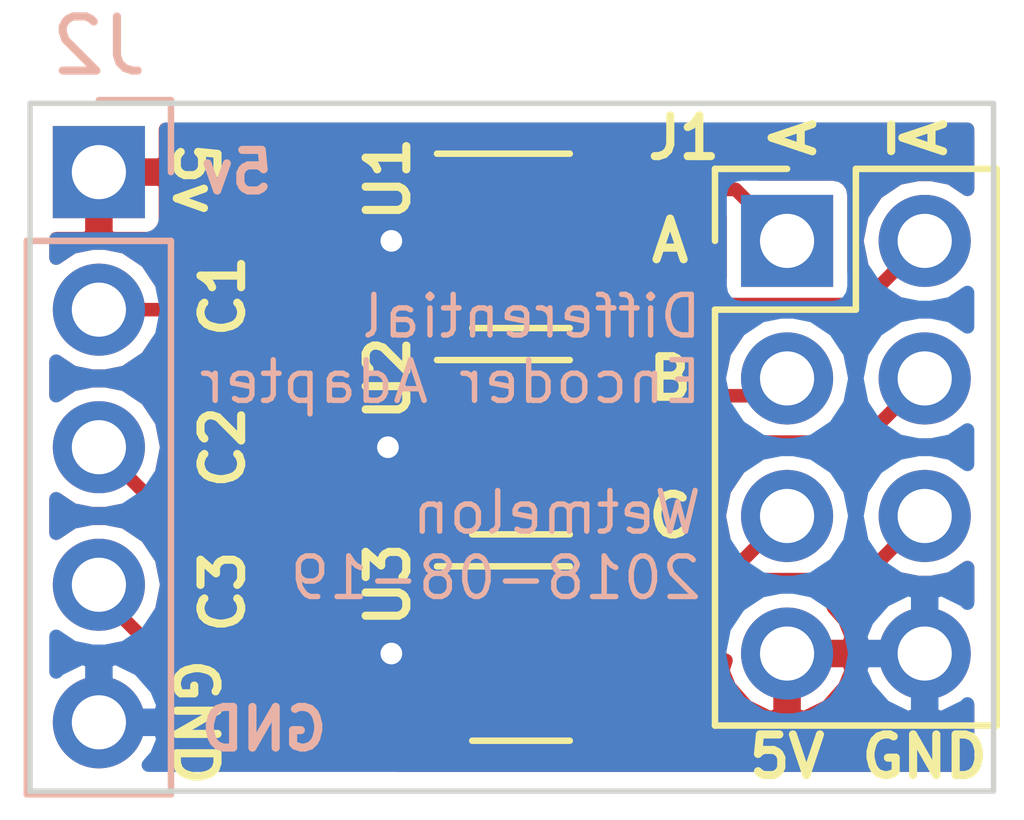
<source format=kicad_pcb>
(kicad_pcb (version 20171130) (host pcbnew "(5.0.0-rc2-140-g9302bbce5)")

  (general
    (thickness 1.6)
    (drawings 16)
    (tracks 53)
    (zones 0)
    (modules 8)
    (nets 12)
  )

  (page A4)
  (layers
    (0 F.Cu signal)
    (31 B.Cu signal)
    (32 B.Adhes user)
    (33 F.Adhes user)
    (34 B.Paste user)
    (35 F.Paste user)
    (36 B.SilkS user)
    (37 F.SilkS user)
    (38 B.Mask user)
    (39 F.Mask user)
    (40 Dwgs.User user)
    (41 Cmts.User user)
    (42 Eco1.User user)
    (43 Eco2.User user)
    (44 Edge.Cuts user)
    (45 Margin user)
    (46 B.CrtYd user)
    (47 F.CrtYd user)
    (48 B.Fab user hide)
    (49 F.Fab user hide)
  )

  (setup
    (last_trace_width 0.25)
    (trace_clearance 0.2)
    (zone_clearance 0.254)
    (zone_45_only no)
    (trace_min 0.2)
    (segment_width 0.2)
    (edge_width 0.15)
    (via_size 0.8)
    (via_drill 0.4)
    (via_min_size 0.4)
    (via_min_drill 0.3)
    (uvia_size 0.3)
    (uvia_drill 0.1)
    (uvias_allowed no)
    (uvia_min_size 0.2)
    (uvia_min_drill 0.1)
    (pcb_text_width 0.3)
    (pcb_text_size 1.5 1.5)
    (mod_edge_width 0.15)
    (mod_text_size 1 1)
    (mod_text_width 0.15)
    (pad_size 1.524 1.524)
    (pad_drill 0.762)
    (pad_to_mask_clearance 0.2)
    (aux_axis_origin 0 0)
    (visible_elements 7FFFFFFF)
    (pcbplotparams
      (layerselection 0x010fc_ffffffff)
      (usegerberextensions false)
      (usegerberattributes false)
      (usegerberadvancedattributes false)
      (creategerberjobfile false)
      (excludeedgelayer true)
      (linewidth 0.100000)
      (plotframeref false)
      (viasonmask false)
      (mode 1)
      (useauxorigin false)
      (hpglpennumber 1)
      (hpglpenspeed 20)
      (hpglpendiameter 15.000000)
      (psnegative false)
      (psa4output false)
      (plotreference true)
      (plotvalue true)
      (plotinvisibletext false)
      (padsonsilk false)
      (subtractmaskfromsilk false)
      (outputformat 1)
      (mirror false)
      (drillshape 1)
      (scaleselection 1)
      (outputdirectory ""))
  )

  (net 0 "")
  (net 1 GND)
  (net 2 +5V)
  (net 3 /A)
  (net 4 /B)
  (net 5 /Z)
  (net 6 /~Z)
  (net 7 /~B)
  (net 8 /~A)
  (net 9 /A_Out)
  (net 10 /B_Out)
  (net 11 /Z_Out)

  (net_class Default "This is the default net class."
    (clearance 0.2)
    (trace_width 0.25)
    (via_dia 0.8)
    (via_drill 0.4)
    (uvia_dia 0.3)
    (uvia_drill 0.1)
    (add_net +5V)
    (add_net /A)
    (add_net /A_Out)
    (add_net /B)
    (add_net /B_Out)
    (add_net /Z)
    (add_net /Z_Out)
    (add_net /~A)
    (add_net /~B)
    (add_net /~Z)
    (add_net GND)
  )

  (module Capacitor_SMD:C_0805_2012Metric (layer F.Cu) (tedit 5B798BBA) (tstamp 5B80E9E1)
    (at 185.42 76.2 270)
    (descr "Capacitor SMD 0805 (2012 Metric), square (rectangular) end terminal, IPC_7351 nominal, (Body size source: http://www.tortai-tech.com/upload/download/2011102023233369053.pdf), generated with kicad-footprint-generator")
    (tags capacitor)
    (path /5B74FACF)
    (attr smd)
    (fp_text reference C1 (at 1.016 1.524 90) (layer F.SilkS)
      (effects (font (size 0.75 0.75) (thickness 0.15)))
    )
    (fp_text value 100nF (at 0 1.65 270) (layer F.Fab)
      (effects (font (size 1 1) (thickness 0.15)))
    )
    (fp_text user %R (at 0 0 270) (layer F.Fab)
      (effects (font (size 0.5 0.5) (thickness 0.08)))
    )
    (fp_line (start 1.68 0.95) (end -1.68 0.95) (layer F.CrtYd) (width 0.05))
    (fp_line (start 1.68 -0.95) (end 1.68 0.95) (layer F.CrtYd) (width 0.05))
    (fp_line (start -1.68 -0.95) (end 1.68 -0.95) (layer F.CrtYd) (width 0.05))
    (fp_line (start -1.68 0.95) (end -1.68 -0.95) (layer F.CrtYd) (width 0.05))
    (fp_line (start 1 0.6) (end -1 0.6) (layer F.Fab) (width 0.1))
    (fp_line (start 1 -0.6) (end 1 0.6) (layer F.Fab) (width 0.1))
    (fp_line (start -1 -0.6) (end 1 -0.6) (layer F.Fab) (width 0.1))
    (fp_line (start -1 0.6) (end -1 -0.6) (layer F.Fab) (width 0.1))
    (pad 2 smd rect (at 0.85 0 270) (size 1.15 1.4) (layers F.Cu F.Paste F.Mask)
      (net 1 GND))
    (pad 1 smd rect (at -0.85 0 270) (size 1.15 1.4) (layers F.Cu F.Paste F.Mask)
      (net 2 +5V))
    (model ${KISYS3DMOD}/Capacitor_SMD.3dshapes/C_0805_2012Metric.wrl
      (at (xyz 0 0 0))
      (scale (xyz 1 1 1))
      (rotate (xyz 0 0 0))
    )
  )

  (module Capacitor_SMD:C_0805_2012Metric (layer F.Cu) (tedit 5B798BBD) (tstamp 5B80FBC6)
    (at 185.42 80.01 270)
    (descr "Capacitor SMD 0805 (2012 Metric), square (rectangular) end terminal, IPC_7351 nominal, (Body size source: http://www.tortai-tech.com/upload/download/2011102023233369053.pdf), generated with kicad-footprint-generator")
    (tags capacitor)
    (path /5B74FB1F)
    (attr smd)
    (fp_text reference C2 (at 0 1.524 270) (layer F.SilkS)
      (effects (font (size 0.75 0.75) (thickness 0.15)))
    )
    (fp_text value 100nF (at 0 1.65 270) (layer F.Fab)
      (effects (font (size 1 1) (thickness 0.15)))
    )
    (fp_line (start -1 0.6) (end -1 -0.6) (layer F.Fab) (width 0.1))
    (fp_line (start -1 -0.6) (end 1 -0.6) (layer F.Fab) (width 0.1))
    (fp_line (start 1 -0.6) (end 1 0.6) (layer F.Fab) (width 0.1))
    (fp_line (start 1 0.6) (end -1 0.6) (layer F.Fab) (width 0.1))
    (fp_line (start -1.68 0.95) (end -1.68 -0.95) (layer F.CrtYd) (width 0.05))
    (fp_line (start -1.68 -0.95) (end 1.68 -0.95) (layer F.CrtYd) (width 0.05))
    (fp_line (start 1.68 -0.95) (end 1.68 0.95) (layer F.CrtYd) (width 0.05))
    (fp_line (start 1.68 0.95) (end -1.68 0.95) (layer F.CrtYd) (width 0.05))
    (fp_text user %R (at 0 0 270) (layer F.Fab)
      (effects (font (size 0.5 0.5) (thickness 0.08)))
    )
    (pad 1 smd rect (at -0.85 0 270) (size 1.15 1.4) (layers F.Cu F.Paste F.Mask)
      (net 2 +5V))
    (pad 2 smd rect (at 0.85 0 270) (size 1.15 1.4) (layers F.Cu F.Paste F.Mask)
      (net 1 GND))
    (model ${KISYS3DMOD}/Capacitor_SMD.3dshapes/C_0805_2012Metric.wrl
      (at (xyz 0 0 0))
      (scale (xyz 1 1 1))
      (rotate (xyz 0 0 0))
    )
  )

  (module Capacitor_SMD:C_0805_2012Metric (layer F.Cu) (tedit 5B798BC1) (tstamp 5B80E9FF)
    (at 185.42 83.82 270)
    (descr "Capacitor SMD 0805 (2012 Metric), square (rectangular) end terminal, IPC_7351 nominal, (Body size source: http://www.tortai-tech.com/upload/download/2011102023233369053.pdf), generated with kicad-footprint-generator")
    (tags capacitor)
    (path /5B74C727)
    (attr smd)
    (fp_text reference C3 (at -1.143 1.524 270) (layer F.SilkS)
      (effects (font (size 0.75 0.75) (thickness 0.15)))
    )
    (fp_text value 100nF (at 0 1.65 270) (layer F.Fab)
      (effects (font (size 1 1) (thickness 0.15)))
    )
    (fp_line (start -1 0.6) (end -1 -0.6) (layer F.Fab) (width 0.1))
    (fp_line (start -1 -0.6) (end 1 -0.6) (layer F.Fab) (width 0.1))
    (fp_line (start 1 -0.6) (end 1 0.6) (layer F.Fab) (width 0.1))
    (fp_line (start 1 0.6) (end -1 0.6) (layer F.Fab) (width 0.1))
    (fp_line (start -1.68 0.95) (end -1.68 -0.95) (layer F.CrtYd) (width 0.05))
    (fp_line (start -1.68 -0.95) (end 1.68 -0.95) (layer F.CrtYd) (width 0.05))
    (fp_line (start 1.68 -0.95) (end 1.68 0.95) (layer F.CrtYd) (width 0.05))
    (fp_line (start 1.68 0.95) (end -1.68 0.95) (layer F.CrtYd) (width 0.05))
    (fp_text user %R (at 0 0 270) (layer F.Fab)
      (effects (font (size 0.5 0.5) (thickness 0.08)))
    )
    (pad 1 smd rect (at -0.85 0 270) (size 1.15 1.4) (layers F.Cu F.Paste F.Mask)
      (net 2 +5V))
    (pad 2 smd rect (at 0.85 0 270) (size 1.15 1.4) (layers F.Cu F.Paste F.Mask)
      (net 1 GND))
    (model ${KISYS3DMOD}/Capacitor_SMD.3dshapes/C_0805_2012Metric.wrl
      (at (xyz 0 0 0))
      (scale (xyz 1 1 1))
      (rotate (xyz 0 0 0))
    )
  )

  (module Connector_PinHeader_2.54mm:PinHeader_2x04_P2.54mm_Vertical (layer F.Cu) (tedit 5B798A31) (tstamp 5B80FEDC)
    (at 194.31 76.2)
    (descr "Through hole straight pin header, 2x04, 2.54mm pitch, double rows")
    (tags "Through hole pin header THT 2x04 2.54mm double row")
    (path /5B75D1D9)
    (fp_text reference J1 (at -1.905 -1.905 180) (layer F.SilkS)
      (effects (font (size 0.75 0.75) (thickness 0.15)))
    )
    (fp_text value Conn_02x04_Odd_Even (at 1.27 9.95) (layer F.Fab)
      (effects (font (size 1 1) (thickness 0.15)))
    )
    (fp_line (start 0 -1.27) (end 3.81 -1.27) (layer F.Fab) (width 0.1))
    (fp_line (start 3.81 -1.27) (end 3.81 8.89) (layer F.Fab) (width 0.1))
    (fp_line (start 3.81 8.89) (end -1.27 8.89) (layer F.Fab) (width 0.1))
    (fp_line (start -1.27 8.89) (end -1.27 0) (layer F.Fab) (width 0.1))
    (fp_line (start -1.27 0) (end 0 -1.27) (layer F.Fab) (width 0.1))
    (fp_line (start -1.33 8.95) (end 3.87 8.95) (layer F.SilkS) (width 0.12))
    (fp_line (start -1.33 1.27) (end -1.33 8.95) (layer F.SilkS) (width 0.12))
    (fp_line (start 3.87 -1.33) (end 3.87 8.95) (layer F.SilkS) (width 0.12))
    (fp_line (start -1.33 1.27) (end 1.27 1.27) (layer F.SilkS) (width 0.12))
    (fp_line (start 1.27 1.27) (end 1.27 -1.33) (layer F.SilkS) (width 0.12))
    (fp_line (start 1.27 -1.33) (end 3.87 -1.33) (layer F.SilkS) (width 0.12))
    (fp_line (start -1.33 0) (end -1.33 -1.33) (layer F.SilkS) (width 0.12))
    (fp_line (start -1.33 -1.33) (end 0 -1.33) (layer F.SilkS) (width 0.12))
    (fp_line (start -1.8 -1.8) (end -1.8 9.4) (layer F.CrtYd) (width 0.05))
    (fp_line (start -1.8 9.4) (end 4.35 9.4) (layer F.CrtYd) (width 0.05))
    (fp_line (start 4.35 9.4) (end 4.35 -1.8) (layer F.CrtYd) (width 0.05))
    (fp_line (start 4.35 -1.8) (end -1.8 -1.8) (layer F.CrtYd) (width 0.05))
    (fp_text user %R (at 1.27 3.81 90) (layer F.Fab)
      (effects (font (size 1 1) (thickness 0.15)))
    )
    (pad 1 thru_hole rect (at 0 0) (size 1.7 1.7) (drill 1) (layers *.Cu *.Mask)
      (net 3 /A))
    (pad 2 thru_hole oval (at 2.54 0) (size 1.7 1.7) (drill 1) (layers *.Cu *.Mask)
      (net 8 /~A))
    (pad 3 thru_hole oval (at 0 2.54) (size 1.7 1.7) (drill 1) (layers *.Cu *.Mask)
      (net 4 /B))
    (pad 4 thru_hole oval (at 2.54 2.54) (size 1.7 1.7) (drill 1) (layers *.Cu *.Mask)
      (net 7 /~B))
    (pad 5 thru_hole oval (at 0 5.08) (size 1.7 1.7) (drill 1) (layers *.Cu *.Mask)
      (net 5 /Z))
    (pad 6 thru_hole oval (at 2.54 5.08) (size 1.7 1.7) (drill 1) (layers *.Cu *.Mask)
      (net 6 /~Z))
    (pad 7 thru_hole oval (at 0 7.62) (size 1.7 1.7) (drill 1) (layers *.Cu *.Mask)
      (net 2 +5V))
    (pad 8 thru_hole oval (at 2.54 7.62) (size 1.7 1.7) (drill 1) (layers *.Cu *.Mask)
      (net 1 GND))
    (model ${KISYS3DMOD}/Connector_PinHeader_2.54mm.3dshapes/PinHeader_2x04_P2.54mm_Vertical.wrl
      (at (xyz 0 0 0))
      (scale (xyz 1 1 1))
      (rotate (xyz 0 0 0))
    )
  )

  (module Connector_PinHeader_2.54mm:PinHeader_1x05_P2.54mm_Vertical (layer B.Cu) (tedit 59FED5CC) (tstamp 5B80EDAF)
    (at 181.61 74.93 180)
    (descr "Through hole straight pin header, 1x05, 2.54mm pitch, single row")
    (tags "Through hole pin header THT 1x05 2.54mm single row")
    (path /5B752F6A)
    (fp_text reference J2 (at 0 2.33 180) (layer B.SilkS)
      (effects (font (size 1 1) (thickness 0.15)) (justify mirror))
    )
    (fp_text value "ODrive Connector" (at 0 -12.49 180) (layer B.Fab)
      (effects (font (size 1 1) (thickness 0.15)) (justify mirror))
    )
    (fp_line (start -0.635 1.27) (end 1.27 1.27) (layer B.Fab) (width 0.1))
    (fp_line (start 1.27 1.27) (end 1.27 -11.43) (layer B.Fab) (width 0.1))
    (fp_line (start 1.27 -11.43) (end -1.27 -11.43) (layer B.Fab) (width 0.1))
    (fp_line (start -1.27 -11.43) (end -1.27 0.635) (layer B.Fab) (width 0.1))
    (fp_line (start -1.27 0.635) (end -0.635 1.27) (layer B.Fab) (width 0.1))
    (fp_line (start -1.33 -11.49) (end 1.33 -11.49) (layer B.SilkS) (width 0.12))
    (fp_line (start -1.33 -1.27) (end -1.33 -11.49) (layer B.SilkS) (width 0.12))
    (fp_line (start 1.33 -1.27) (end 1.33 -11.49) (layer B.SilkS) (width 0.12))
    (fp_line (start -1.33 -1.27) (end 1.33 -1.27) (layer B.SilkS) (width 0.12))
    (fp_line (start -1.33 0) (end -1.33 1.33) (layer B.SilkS) (width 0.12))
    (fp_line (start -1.33 1.33) (end 0 1.33) (layer B.SilkS) (width 0.12))
    (fp_line (start -1.8 1.8) (end -1.8 -11.95) (layer B.CrtYd) (width 0.05))
    (fp_line (start -1.8 -11.95) (end 1.8 -11.95) (layer B.CrtYd) (width 0.05))
    (fp_line (start 1.8 -11.95) (end 1.8 1.8) (layer B.CrtYd) (width 0.05))
    (fp_line (start 1.8 1.8) (end -1.8 1.8) (layer B.CrtYd) (width 0.05))
    (fp_text user %R (at 0 -5.08 90) (layer B.Fab)
      (effects (font (size 1 1) (thickness 0.15)) (justify mirror))
    )
    (pad 1 thru_hole rect (at 0 0 180) (size 1.7 1.7) (drill 1) (layers *.Cu *.Mask)
      (net 2 +5V))
    (pad 2 thru_hole oval (at 0 -2.54 180) (size 1.7 1.7) (drill 1) (layers *.Cu *.Mask)
      (net 9 /A_Out))
    (pad 3 thru_hole oval (at 0 -5.08 180) (size 1.7 1.7) (drill 1) (layers *.Cu *.Mask)
      (net 10 /B_Out))
    (pad 4 thru_hole oval (at 0 -7.62 180) (size 1.7 1.7) (drill 1) (layers *.Cu *.Mask)
      (net 11 /Z_Out))
    (pad 5 thru_hole oval (at 0 -10.16 180) (size 1.7 1.7) (drill 1) (layers *.Cu *.Mask)
      (net 1 GND))
    (model ${KISYS3DMOD}/Connector_PinHeader_2.54mm.3dshapes/PinHeader_1x05_P2.54mm_Vertical.wrl
      (at (xyz 0 0 0))
      (scale (xyz 1 1 1))
      (rotate (xyz 0 0 0))
    )
  )

  (module Package_TO_SOT_SMD:SOT-23-6 (layer F.Cu) (tedit 5B798A37) (tstamp 5B80EA4C)
    (at 189.4 76.2)
    (descr "6-pin SOT-23 package")
    (tags SOT-23-6)
    (path /5B74B6DB)
    (attr smd)
    (fp_text reference U1 (at -2.456 -1.143 90) (layer F.SilkS)
      (effects (font (size 0.75 0.75) (thickness 0.15)))
    )
    (fp_text value MAX3284E (at 0 2.9) (layer F.Fab)
      (effects (font (size 1 1) (thickness 0.15)))
    )
    (fp_text user %R (at 0 0 90) (layer F.Fab)
      (effects (font (size 0.5 0.5) (thickness 0.075)))
    )
    (fp_line (start -0.9 1.61) (end 0.9 1.61) (layer F.SilkS) (width 0.12))
    (fp_line (start 0.9 -1.61) (end -1.55 -1.61) (layer F.SilkS) (width 0.12))
    (fp_line (start 1.9 -1.8) (end -1.9 -1.8) (layer F.CrtYd) (width 0.05))
    (fp_line (start 1.9 1.8) (end 1.9 -1.8) (layer F.CrtYd) (width 0.05))
    (fp_line (start -1.9 1.8) (end 1.9 1.8) (layer F.CrtYd) (width 0.05))
    (fp_line (start -1.9 -1.8) (end -1.9 1.8) (layer F.CrtYd) (width 0.05))
    (fp_line (start -0.9 -0.9) (end -0.25 -1.55) (layer F.Fab) (width 0.1))
    (fp_line (start 0.9 -1.55) (end -0.25 -1.55) (layer F.Fab) (width 0.1))
    (fp_line (start -0.9 -0.9) (end -0.9 1.55) (layer F.Fab) (width 0.1))
    (fp_line (start 0.9 1.55) (end -0.9 1.55) (layer F.Fab) (width 0.1))
    (fp_line (start 0.9 -1.55) (end 0.9 1.55) (layer F.Fab) (width 0.1))
    (pad 1 smd rect (at -1.1 -0.95) (size 1.06 0.65) (layers F.Cu F.Paste F.Mask)
      (net 2 +5V))
    (pad 2 smd rect (at -1.1 0) (size 1.06 0.65) (layers F.Cu F.Paste F.Mask)
      (net 1 GND))
    (pad 3 smd rect (at -1.1 0.95) (size 1.06 0.65) (layers F.Cu F.Paste F.Mask)
      (net 9 /A_Out))
    (pad 4 smd rect (at 1.1 0.95) (size 1.06 0.65) (layers F.Cu F.Paste F.Mask)
      (net 8 /~A))
    (pad 6 smd rect (at 1.1 -0.95) (size 1.06 0.65) (layers F.Cu F.Paste F.Mask)
      (net 3 /A))
    (pad 5 smd rect (at 1.1 0) (size 1.06 0.65) (layers F.Cu F.Paste F.Mask)
      (net 2 +5V))
    (model ${KISYS3DMOD}/Package_TO_SOT_SMD.3dshapes/SOT-23-6.wrl
      (at (xyz 0 0 0))
      (scale (xyz 1 1 1))
      (rotate (xyz 0 0 0))
    )
  )

  (module Package_TO_SOT_SMD:SOT-23-6 (layer F.Cu) (tedit 5B798AE9) (tstamp 5B80EC27)
    (at 189.4 80.01)
    (descr "6-pin SOT-23 package")
    (tags SOT-23-6)
    (path /5B74B9F2)
    (attr smd)
    (fp_text reference U2 (at -2.456 -1.27 90) (layer F.SilkS)
      (effects (font (size 0.75 0.75) (thickness 0.15)))
    )
    (fp_text value MAX3284E (at 0 2.9) (layer F.Fab)
      (effects (font (size 1 1) (thickness 0.15)))
    )
    (fp_line (start 0.9 -1.55) (end 0.9 1.55) (layer F.Fab) (width 0.1))
    (fp_line (start 0.9 1.55) (end -0.9 1.55) (layer F.Fab) (width 0.1))
    (fp_line (start -0.9 -0.9) (end -0.9 1.55) (layer F.Fab) (width 0.1))
    (fp_line (start 0.9 -1.55) (end -0.25 -1.55) (layer F.Fab) (width 0.1))
    (fp_line (start -0.9 -0.9) (end -0.25 -1.55) (layer F.Fab) (width 0.1))
    (fp_line (start -1.9 -1.8) (end -1.9 1.8) (layer F.CrtYd) (width 0.05))
    (fp_line (start -1.9 1.8) (end 1.9 1.8) (layer F.CrtYd) (width 0.05))
    (fp_line (start 1.9 1.8) (end 1.9 -1.8) (layer F.CrtYd) (width 0.05))
    (fp_line (start 1.9 -1.8) (end -1.9 -1.8) (layer F.CrtYd) (width 0.05))
    (fp_line (start 0.9 -1.61) (end -1.55 -1.61) (layer F.SilkS) (width 0.12))
    (fp_line (start -0.9 1.61) (end 0.9 1.61) (layer F.SilkS) (width 0.12))
    (fp_text user %R (at 0 0 270) (layer F.Fab)
      (effects (font (size 0.5 0.5) (thickness 0.075)))
    )
    (pad 5 smd rect (at 1.1 0) (size 1.06 0.65) (layers F.Cu F.Paste F.Mask)
      (net 2 +5V))
    (pad 6 smd rect (at 1.1 -0.95) (size 1.06 0.65) (layers F.Cu F.Paste F.Mask)
      (net 4 /B))
    (pad 4 smd rect (at 1.1 0.95) (size 1.06 0.65) (layers F.Cu F.Paste F.Mask)
      (net 7 /~B))
    (pad 3 smd rect (at -1.1 0.95) (size 1.06 0.65) (layers F.Cu F.Paste F.Mask)
      (net 10 /B_Out))
    (pad 2 smd rect (at -1.1 0) (size 1.06 0.65) (layers F.Cu F.Paste F.Mask)
      (net 1 GND))
    (pad 1 smd rect (at -1.1 -0.95) (size 1.06 0.65) (layers F.Cu F.Paste F.Mask)
      (net 2 +5V))
    (model ${KISYS3DMOD}/Package_TO_SOT_SMD.3dshapes/SOT-23-6.wrl
      (at (xyz 0 0 0))
      (scale (xyz 1 1 1))
      (rotate (xyz 0 0 0))
    )
  )

  (module Package_TO_SOT_SMD:SOT-23-6 (layer F.Cu) (tedit 5B798AEF) (tstamp 5B80EA78)
    (at 189.4 83.82)
    (descr "6-pin SOT-23 package")
    (tags SOT-23-6)
    (path /5B74BB93)
    (attr smd)
    (fp_text reference U3 (at -2.456 -1.27 90) (layer F.SilkS)
      (effects (font (size 0.75 0.75) (thickness 0.15)))
    )
    (fp_text value MAX3284E (at 0 2.9) (layer F.Fab)
      (effects (font (size 1 1) (thickness 0.15)))
    )
    (fp_text user %R (at 0 0 90) (layer F.Fab)
      (effects (font (size 0.5 0.5) (thickness 0.075)))
    )
    (fp_line (start -0.9 1.61) (end 0.9 1.61) (layer F.SilkS) (width 0.12))
    (fp_line (start 0.9 -1.61) (end -1.55 -1.61) (layer F.SilkS) (width 0.12))
    (fp_line (start 1.9 -1.8) (end -1.9 -1.8) (layer F.CrtYd) (width 0.05))
    (fp_line (start 1.9 1.8) (end 1.9 -1.8) (layer F.CrtYd) (width 0.05))
    (fp_line (start -1.9 1.8) (end 1.9 1.8) (layer F.CrtYd) (width 0.05))
    (fp_line (start -1.9 -1.8) (end -1.9 1.8) (layer F.CrtYd) (width 0.05))
    (fp_line (start -0.9 -0.9) (end -0.25 -1.55) (layer F.Fab) (width 0.1))
    (fp_line (start 0.9 -1.55) (end -0.25 -1.55) (layer F.Fab) (width 0.1))
    (fp_line (start -0.9 -0.9) (end -0.9 1.55) (layer F.Fab) (width 0.1))
    (fp_line (start 0.9 1.55) (end -0.9 1.55) (layer F.Fab) (width 0.1))
    (fp_line (start 0.9 -1.55) (end 0.9 1.55) (layer F.Fab) (width 0.1))
    (pad 1 smd rect (at -1.1 -0.95) (size 1.06 0.65) (layers F.Cu F.Paste F.Mask)
      (net 2 +5V))
    (pad 2 smd rect (at -1.1 0) (size 1.06 0.65) (layers F.Cu F.Paste F.Mask)
      (net 1 GND))
    (pad 3 smd rect (at -1.1 0.95) (size 1.06 0.65) (layers F.Cu F.Paste F.Mask)
      (net 11 /Z_Out))
    (pad 4 smd rect (at 1.1 0.95) (size 1.06 0.65) (layers F.Cu F.Paste F.Mask)
      (net 6 /~Z))
    (pad 6 smd rect (at 1.1 -0.95) (size 1.06 0.65) (layers F.Cu F.Paste F.Mask)
      (net 5 /Z))
    (pad 5 smd rect (at 1.1 0) (size 1.06 0.65) (layers F.Cu F.Paste F.Mask)
      (net 2 +5V))
    (model ${KISYS3DMOD}/Package_TO_SOT_SMD.3dshapes/SOT-23-6.wrl
      (at (xyz 0 0 0))
      (scale (xyz 1 1 1))
      (rotate (xyz 0 0 0))
    )
  )

  (gr_text GND (at 183.388 85.09 270) (layer F.SilkS) (tstamp 5B7A00CC)
    (effects (font (size 0.75 0.75) (thickness 0.15)))
  )
  (gr_text 5v (at 183.388 75.057 270) (layer F.SilkS) (tstamp 5B7A0070)
    (effects (font (size 0.75 0.75) (thickness 0.15)))
  )
  (gr_text GND (at 196.85 85.725) (layer F.SilkS) (tstamp 5B798C1E)
    (effects (font (size 0.75 0.75) (thickness 0.15)))
  )
  (gr_text 5V (at 194.31 85.725) (layer F.SilkS) (tstamp 5B798C13)
    (effects (font (size 0.75 0.75) (thickness 0.15)))
  )
  (gr_text C (at 192.151 81.28) (layer F.SilkS) (tstamp 5B798C07)
    (effects (font (size 0.75 0.75) (thickness 0.15)))
  )
  (gr_text B (at 192.151 78.74) (layer F.SilkS) (tstamp 5B798C05)
    (effects (font (size 0.75 0.75) (thickness 0.15)))
  )
  (gr_text A (at 192.151 76.2) (layer F.SilkS) (tstamp 5B798BFB)
    (effects (font (size 0.75 0.75) (thickness 0.15)))
  )
  (gr_text ~A (at 196.85 74.295 90) (layer F.SilkS) (tstamp 5B798ACC)
    (effects (font (size 0.75 0.75) (thickness 0.15)))
  )
  (gr_text A (at 194.437 74.295 90) (layer F.SilkS)
    (effects (font (size 0.75 0.75) (thickness 0.15)))
  )
  (gr_text GND (at 184.658 85.217) (layer B.SilkS)
    (effects (font (size 0.75 0.75) (thickness 0.15)) (justify mirror))
  )
  (gr_text 5v (at 184.15 74.93) (layer B.SilkS)
    (effects (font (size 0.75 0.75) (thickness 0.15)) (justify mirror))
  )
  (gr_text "Differential\nEncoder Adapter\n\nWetmelon\n2018-08-19" (at 192.786 80.01) (layer B.SilkS) (tstamp 5B7A00B9)
    (effects (font (size 0.75 0.75) (thickness 0.1)) (justify left mirror))
  )
  (gr_line (start 180.34 86.36) (end 180.34 73.66) (layer Edge.Cuts) (width 0.1))
  (gr_line (start 198.12 86.36) (end 180.34 86.36) (layer Edge.Cuts) (width 0.1))
  (gr_line (start 198.12 73.66) (end 198.12 86.36) (layer Edge.Cuts) (width 0.1))
  (gr_line (start 180.34 73.66) (end 198.12 73.66) (layer Edge.Cuts) (width 0.1))

  (via (at 187.0075 76.2) (size 0.8) (drill 0.4) (layers F.Cu B.Cu) (net 1))
  (segment (start 188.3 76.2) (end 187.0075 76.2) (width 0.25) (layer F.Cu) (net 1))
  (segment (start 186.1575 77.05) (end 187.0075 76.2) (width 0.25) (layer F.Cu) (net 1))
  (segment (start 185.42 77.05) (end 186.1575 77.05) (width 0.25) (layer F.Cu) (net 1))
  (via (at 186.944 80.01) (size 0.8) (drill 0.4) (layers F.Cu B.Cu) (net 1))
  (segment (start 185.42 80.86) (end 186.094 80.86) (width 0.25) (layer F.Cu) (net 1))
  (segment (start 186.094 80.86) (end 186.944 80.01) (width 0.25) (layer F.Cu) (net 1))
  (segment (start 188.3 80.01) (end 186.944 80.01) (width 0.25) (layer F.Cu) (net 1))
  (via (at 187.0075 83.82) (size 0.8) (drill 0.4) (layers F.Cu B.Cu) (net 1))
  (segment (start 188.3 83.82) (end 187.0075 83.82) (width 0.25) (layer F.Cu) (net 1))
  (segment (start 186.1575 84.67) (end 187.0075 83.82) (width 0.25) (layer F.Cu) (net 1))
  (segment (start 185.42 84.67) (end 186.1575 84.67) (width 0.25) (layer F.Cu) (net 1))
  (segment (start 185.52 79.06) (end 185.42 79.16) (width 0.25) (layer F.Cu) (net 2))
  (segment (start 188.3 79.06) (end 185.52 79.06) (width 0.25) (layer F.Cu) (net 2))
  (segment (start 185.52 75.25) (end 185.42 75.35) (width 0.25) (layer F.Cu) (net 2))
  (segment (start 188.3 75.25) (end 185.52 75.25) (width 0.25) (layer F.Cu) (net 2))
  (segment (start 185.52 82.87) (end 185.42 82.97) (width 0.25) (layer F.Cu) (net 2))
  (segment (start 188.3 82.87) (end 185.52 82.87) (width 0.25) (layer F.Cu) (net 2))
  (segment (start 193.36 75.25) (end 194.31 76.2) (width 0.25) (layer F.Cu) (net 3))
  (segment (start 190.5 75.25) (end 193.36 75.25) (width 0.25) (layer F.Cu) (net 3))
  (segment (start 193.99 79.06) (end 194.31 78.74) (width 0.25) (layer F.Cu) (net 4))
  (segment (start 190.5 79.06) (end 193.99 79.06) (width 0.25) (layer F.Cu) (net 4))
  (segment (start 192.72 82.87) (end 194.31 81.28) (width 0.25) (layer F.Cu) (net 5))
  (segment (start 190.5 82.87) (end 192.72 82.87) (width 0.25) (layer F.Cu) (net 5))
  (segment (start 196.000001 82.129999) (end 196.85 81.28) (width 0.25) (layer F.Cu) (net 6))
  (segment (start 195.674999 82.455001) (end 196.000001 82.129999) (width 0.25) (layer F.Cu) (net 6))
  (segment (start 193.771409 82.455001) (end 195.674999 82.455001) (width 0.25) (layer F.Cu) (net 6))
  (segment (start 191.45641 84.77) (end 193.771409 82.455001) (width 0.25) (layer F.Cu) (net 6))
  (segment (start 190.5 84.77) (end 191.45641 84.77) (width 0.25) (layer F.Cu) (net 6))
  (segment (start 196.000001 79.589999) (end 196.85 78.74) (width 0.25) (layer F.Cu) (net 7))
  (segment (start 195.674999 79.915001) (end 196.000001 79.589999) (width 0.25) (layer F.Cu) (net 7))
  (segment (start 192.324999 79.915001) (end 195.674999 79.915001) (width 0.25) (layer F.Cu) (net 7))
  (segment (start 191.28 80.96) (end 192.324999 79.915001) (width 0.25) (layer F.Cu) (net 7))
  (segment (start 190.5 80.96) (end 191.28 80.96) (width 0.25) (layer F.Cu) (net 7))
  (segment (start 196.000001 77.049999) (end 196.85 76.2) (width 0.25) (layer F.Cu) (net 8))
  (segment (start 195.674999 77.375001) (end 196.000001 77.049999) (width 0.25) (layer F.Cu) (net 8))
  (segment (start 191.505001 77.375001) (end 195.674999 77.375001) (width 0.25) (layer F.Cu) (net 8))
  (segment (start 191.28 77.15) (end 191.505001 77.375001) (width 0.25) (layer F.Cu) (net 8))
  (segment (start 190.5 77.15) (end 191.28 77.15) (width 0.25) (layer F.Cu) (net 8))
  (segment (start 187.52 77.15) (end 188.3 77.15) (width 0.25) (layer F.Cu) (net 9))
  (segment (start 186.719999 77.950001) (end 187.52 77.15) (width 0.25) (layer F.Cu) (net 9))
  (segment (start 183.292082 77.950001) (end 186.719999 77.950001) (width 0.25) (layer F.Cu) (net 9))
  (segment (start 182.812081 77.47) (end 183.292082 77.950001) (width 0.25) (layer F.Cu) (net 9))
  (segment (start 181.61 77.47) (end 182.812081 77.47) (width 0.25) (layer F.Cu) (net 9))
  (segment (start 187.52 80.96) (end 188.3 80.96) (width 0.25) (layer F.Cu) (net 10))
  (segment (start 186.719999 81.760001) (end 187.52 80.96) (width 0.25) (layer F.Cu) (net 10))
  (segment (start 183.360001 81.760001) (end 186.719999 81.760001) (width 0.25) (layer F.Cu) (net 10))
  (segment (start 181.61 80.01) (end 183.360001 81.760001) (width 0.25) (layer F.Cu) (net 10))
  (segment (start 187.52 84.77) (end 188.3 84.77) (width 0.25) (layer F.Cu) (net 11))
  (segment (start 186.719999 85.570001) (end 187.52 84.77) (width 0.25) (layer F.Cu) (net 11))
  (segment (start 184.459999 85.570001) (end 186.719999 85.570001) (width 0.25) (layer F.Cu) (net 11))
  (segment (start 181.61 82.720002) (end 184.459999 85.570001) (width 0.25) (layer F.Cu) (net 11))
  (segment (start 181.61 82.55) (end 181.61 82.720002) (width 0.25) (layer F.Cu) (net 11))

  (zone (net 2) (net_name +5V) (layer F.Cu) (tstamp 5B80FE82) (hatch edge 0.508)
    (connect_pads (clearance 0.254))
    (min_thickness 0.254)
    (fill yes (arc_segments 16) (thermal_gap 0.254) (thermal_bridge_width 0.508))
    (polygon
      (pts
        (xy 180.34 73.66) (xy 198.12 73.66) (xy 198.12 86.36) (xy 180.34 86.36)
      )
    )
    (filled_polygon
      (pts
        (xy 197.639 75.246683) (xy 197.330312 75.040424) (xy 196.971239 74.969) (xy 196.728761 74.969) (xy 196.369688 75.040424)
        (xy 195.962499 75.312499) (xy 195.690424 75.719688) (xy 195.594884 76.2) (xy 195.684397 76.650012) (xy 195.677446 76.656963)
        (xy 195.677443 76.656965) (xy 195.548464 76.785944) (xy 195.548464 75.35) (xy 195.518894 75.201341) (xy 195.434686 75.075314)
        (xy 195.308659 74.991106) (xy 195.16 74.961536) (xy 193.787127 74.961536) (xy 193.753038 74.927447) (xy 193.724806 74.885194)
        (xy 193.557431 74.773359) (xy 193.409835 74.744) (xy 193.409834 74.744) (xy 193.36 74.734087) (xy 193.310166 74.744)
        (xy 191.367285 74.744) (xy 191.304686 74.650314) (xy 191.178659 74.566106) (xy 191.03 74.536536) (xy 189.97 74.536536)
        (xy 189.821341 74.566106) (xy 189.695314 74.650314) (xy 189.611106 74.776341) (xy 189.581536 74.925) (xy 189.581536 75.575)
        (xy 189.611106 75.723659) (xy 189.616779 75.73215) (xy 189.589 75.799215) (xy 189.589 75.97775) (xy 189.68425 76.073)
        (xy 190.373 76.073) (xy 190.373 76.053) (xy 190.627 76.053) (xy 190.627 76.073) (xy 191.31575 76.073)
        (xy 191.411 75.97775) (xy 191.411 75.799215) (xy 191.3931 75.756) (xy 193.071536 75.756) (xy 193.071536 76.869001)
        (xy 191.714592 76.869001) (xy 191.673039 76.827448) (xy 191.644806 76.785194) (xy 191.477431 76.673359) (xy 191.388284 76.655626)
        (xy 191.411 76.600785) (xy 191.411 76.42225) (xy 191.31575 76.327) (xy 190.627 76.327) (xy 190.627 76.347)
        (xy 190.373 76.347) (xy 190.373 76.327) (xy 189.68425 76.327) (xy 189.589 76.42225) (xy 189.589 76.600785)
        (xy 189.616779 76.66785) (xy 189.611106 76.676341) (xy 189.581536 76.825) (xy 189.581536 77.475) (xy 189.611106 77.623659)
        (xy 189.695314 77.749686) (xy 189.821341 77.833894) (xy 189.97 77.863464) (xy 191.03 77.863464) (xy 191.178659 77.833894)
        (xy 191.229833 77.799701) (xy 191.30757 77.851642) (xy 191.455166 77.881001) (xy 191.505 77.890914) (xy 191.554834 77.881001)
        (xy 193.403455 77.881001) (xy 193.150424 78.259688) (xy 193.091882 78.554) (xy 191.367285 78.554) (xy 191.304686 78.460314)
        (xy 191.178659 78.376106) (xy 191.03 78.346536) (xy 189.97 78.346536) (xy 189.821341 78.376106) (xy 189.695314 78.460314)
        (xy 189.611106 78.586341) (xy 189.581536 78.735) (xy 189.581536 79.385) (xy 189.611106 79.533659) (xy 189.616779 79.54215)
        (xy 189.589 79.609215) (xy 189.589 79.78775) (xy 189.68425 79.883) (xy 190.373 79.883) (xy 190.373 79.863)
        (xy 190.627 79.863) (xy 190.627 79.883) (xy 191.31575 79.883) (xy 191.411 79.78775) (xy 191.411 79.609215)
        (xy 191.3931 79.566) (xy 191.949633 79.566) (xy 191.931962 79.592446) (xy 191.351579 80.172829) (xy 191.31575 80.137)
        (xy 190.627 80.137) (xy 190.627 80.157) (xy 190.373 80.157) (xy 190.373 80.137) (xy 189.68425 80.137)
        (xy 189.589 80.23225) (xy 189.589 80.410785) (xy 189.616779 80.47785) (xy 189.611106 80.486341) (xy 189.581536 80.635)
        (xy 189.581536 81.285) (xy 189.611106 81.433659) (xy 189.695314 81.559686) (xy 189.821341 81.643894) (xy 189.97 81.673464)
        (xy 191.03 81.673464) (xy 191.178659 81.643894) (xy 191.304686 81.559686) (xy 191.373025 81.457409) (xy 191.477431 81.436641)
        (xy 191.644806 81.324806) (xy 191.673038 81.282553) (xy 192.534591 80.421001) (xy 193.403455 80.421001) (xy 193.150424 80.799688)
        (xy 193.054884 81.28) (xy 193.144397 81.730011) (xy 192.510409 82.364) (xy 191.367285 82.364) (xy 191.304686 82.270314)
        (xy 191.178659 82.186106) (xy 191.03 82.156536) (xy 189.97 82.156536) (xy 189.821341 82.186106) (xy 189.695314 82.270314)
        (xy 189.611106 82.396341) (xy 189.581536 82.545) (xy 189.581536 83.195) (xy 189.611106 83.343659) (xy 189.616779 83.35215)
        (xy 189.589 83.419215) (xy 189.589 83.59775) (xy 189.68425 83.693) (xy 190.373 83.693) (xy 190.373 83.673)
        (xy 190.627 83.673) (xy 190.627 83.693) (xy 191.31575 83.693) (xy 191.411 83.59775) (xy 191.411 83.419215)
        (xy 191.3931 83.376) (xy 192.134819 83.376) (xy 191.411 84.099819) (xy 191.411 84.04225) (xy 191.31575 83.947)
        (xy 190.627 83.947) (xy 190.627 83.967) (xy 190.373 83.967) (xy 190.373 83.947) (xy 189.68425 83.947)
        (xy 189.589 84.04225) (xy 189.589 84.220785) (xy 189.616779 84.28785) (xy 189.611106 84.296341) (xy 189.581536 84.445)
        (xy 189.581536 85.095) (xy 189.611106 85.243659) (xy 189.695314 85.369686) (xy 189.821341 85.453894) (xy 189.97 85.483464)
        (xy 191.03 85.483464) (xy 191.178659 85.453894) (xy 191.304686 85.369686) (xy 191.367285 85.276) (xy 191.406576 85.276)
        (xy 191.45641 85.285913) (xy 191.506244 85.276) (xy 191.506245 85.276) (xy 191.653841 85.246641) (xy 191.821216 85.134806)
        (xy 191.849449 85.092552) (xy 193.079 83.863002) (xy 193.079 83.947002) (xy 193.181372 83.947002) (xy 193.120511 84.13698)
        (xy 193.244755 84.436964) (xy 193.561944 84.797652) (xy 193.993018 85.009501) (xy 194.183 84.949193) (xy 194.183 83.947)
        (xy 194.437 83.947) (xy 194.437 84.949193) (xy 194.626982 85.009501) (xy 195.058056 84.797652) (xy 195.375245 84.436964)
        (xy 195.499489 84.13698) (xy 195.438627 83.947) (xy 194.437 83.947) (xy 194.183 83.947) (xy 194.163 83.947)
        (xy 194.163 83.693) (xy 194.183 83.693) (xy 194.183 83.673) (xy 194.437 83.673) (xy 194.437 83.693)
        (xy 195.438627 83.693) (xy 195.499489 83.50302) (xy 195.375245 83.203036) (xy 195.162399 82.961001) (xy 195.625165 82.961001)
        (xy 195.674999 82.970914) (xy 195.724833 82.961001) (xy 195.724834 82.961001) (xy 195.87243 82.931642) (xy 196.039805 82.819807)
        (xy 196.068037 82.777554) (xy 196.393035 82.452557) (xy 196.393037 82.452554) (xy 196.399988 82.445603) (xy 196.728761 82.511)
        (xy 196.971239 82.511) (xy 197.330312 82.439576) (xy 197.639001 82.233317) (xy 197.639001 82.866683) (xy 197.330312 82.660424)
        (xy 196.971239 82.589) (xy 196.728761 82.589) (xy 196.369688 82.660424) (xy 195.962499 82.932499) (xy 195.690424 83.339688)
        (xy 195.594884 83.82) (xy 195.690424 84.300312) (xy 195.962499 84.707501) (xy 196.369688 84.979576) (xy 196.728761 85.051)
        (xy 196.971239 85.051) (xy 197.330312 84.979576) (xy 197.639001 84.773317) (xy 197.639001 85.879) (xy 187.126591 85.879)
        (xy 187.579593 85.425999) (xy 187.621341 85.453894) (xy 187.77 85.483464) (xy 188.83 85.483464) (xy 188.978659 85.453894)
        (xy 189.104686 85.369686) (xy 189.188894 85.243659) (xy 189.218464 85.095) (xy 189.218464 84.445) (xy 189.188894 84.296341)
        (xy 189.187998 84.295) (xy 189.188894 84.293659) (xy 189.218464 84.145) (xy 189.218464 83.495) (xy 189.188894 83.346341)
        (xy 189.183221 83.33785) (xy 189.211 83.270785) (xy 189.211 83.09225) (xy 189.11575 82.997) (xy 188.427 82.997)
        (xy 188.427 83.017) (xy 188.173 83.017) (xy 188.173 82.997) (xy 187.48425 82.997) (xy 187.389 83.09225)
        (xy 187.389 83.132674) (xy 187.162851 83.039) (xy 186.852149 83.039) (xy 186.565099 83.1579) (xy 186.501 83.221999)
        (xy 186.501 83.19225) (xy 186.40575 83.097) (xy 185.547 83.097) (xy 185.547 83.117) (xy 185.293 83.117)
        (xy 185.293 83.097) (xy 184.43425 83.097) (xy 184.339 83.19225) (xy 184.339 83.620786) (xy 184.397004 83.76082)
        (xy 184.452019 83.815834) (xy 184.445314 83.820314) (xy 184.361106 83.946341) (xy 184.331536 84.095) (xy 184.331536 84.725946)
        (xy 182.716033 83.110444) (xy 182.769576 83.030312) (xy 182.865116 82.55) (xy 182.769576 82.069688) (xy 182.497501 81.662499)
        (xy 182.090312 81.390424) (xy 181.731239 81.319) (xy 181.488761 81.319) (xy 181.129688 81.390424) (xy 180.821 81.596683)
        (xy 180.821 80.963317) (xy 181.129688 81.169576) (xy 181.488761 81.241) (xy 181.731239 81.241) (xy 182.060012 81.175603)
        (xy 182.966964 82.082556) (xy 182.995195 82.124807) (xy 183.16257 82.236642) (xy 183.310166 82.266001) (xy 183.36 82.275914)
        (xy 183.409834 82.266001) (xy 184.361042 82.266001) (xy 184.339 82.319214) (xy 184.339 82.74775) (xy 184.43425 82.843)
        (xy 185.293 82.843) (xy 185.293 82.823) (xy 185.547 82.823) (xy 185.547 82.843) (xy 186.40575 82.843)
        (xy 186.501 82.74775) (xy 186.501 82.469215) (xy 187.389 82.469215) (xy 187.389 82.64775) (xy 187.48425 82.743)
        (xy 188.173 82.743) (xy 188.173 82.25925) (xy 188.427 82.25925) (xy 188.427 82.743) (xy 189.11575 82.743)
        (xy 189.211 82.64775) (xy 189.211 82.469215) (xy 189.152996 82.329181) (xy 189.04582 82.222004) (xy 188.905786 82.164)
        (xy 188.52225 82.164) (xy 188.427 82.25925) (xy 188.173 82.25925) (xy 188.07775 82.164) (xy 187.694214 82.164)
        (xy 187.55418 82.222004) (xy 187.447004 82.329181) (xy 187.389 82.469215) (xy 186.501 82.469215) (xy 186.501 82.319214)
        (xy 186.478958 82.266001) (xy 186.670165 82.266001) (xy 186.719999 82.275914) (xy 186.769833 82.266001) (xy 186.769834 82.266001)
        (xy 186.91743 82.236642) (xy 187.084805 82.124807) (xy 187.113037 82.082554) (xy 187.579593 81.615999) (xy 187.621341 81.643894)
        (xy 187.77 81.673464) (xy 188.83 81.673464) (xy 188.978659 81.643894) (xy 189.104686 81.559686) (xy 189.188894 81.433659)
        (xy 189.218464 81.285) (xy 189.218464 80.635) (xy 189.188894 80.486341) (xy 189.187998 80.485) (xy 189.188894 80.483659)
        (xy 189.218464 80.335) (xy 189.218464 79.685) (xy 189.188894 79.536341) (xy 189.183221 79.52785) (xy 189.211 79.460785)
        (xy 189.211 79.28225) (xy 189.11575 79.187) (xy 188.427 79.187) (xy 188.427 79.207) (xy 188.173 79.207)
        (xy 188.173 79.187) (xy 187.48425 79.187) (xy 187.389 79.28225) (xy 187.389 79.350499) (xy 187.386401 79.3479)
        (xy 187.099351 79.229) (xy 186.788649 79.229) (xy 186.501599 79.3479) (xy 186.484125 79.365375) (xy 186.40575 79.287)
        (xy 185.547 79.287) (xy 185.547 79.307) (xy 185.293 79.307) (xy 185.293 79.287) (xy 184.43425 79.287)
        (xy 184.339 79.38225) (xy 184.339 79.810786) (xy 184.397004 79.95082) (xy 184.452019 80.005834) (xy 184.445314 80.010314)
        (xy 184.361106 80.136341) (xy 184.331536 80.285) (xy 184.331536 81.254001) (xy 183.569593 81.254001) (xy 182.775603 80.460012)
        (xy 182.865116 80.01) (xy 182.769576 79.529688) (xy 182.497501 79.122499) (xy 182.090312 78.850424) (xy 181.731239 78.779)
        (xy 181.488761 78.779) (xy 181.129688 78.850424) (xy 180.821 79.056683) (xy 180.821 78.423317) (xy 181.129688 78.629576)
        (xy 181.488761 78.701) (xy 181.731239 78.701) (xy 182.090312 78.629576) (xy 182.497501 78.357501) (xy 182.692361 78.065872)
        (xy 182.899045 78.272556) (xy 182.927276 78.314807) (xy 183.094651 78.426642) (xy 183.242247 78.456001) (xy 183.242248 78.456001)
        (xy 183.292082 78.465914) (xy 183.341916 78.456001) (xy 184.361042 78.456001) (xy 184.339 78.509214) (xy 184.339 78.93775)
        (xy 184.43425 79.033) (xy 185.293 79.033) (xy 185.293 79.013) (xy 185.547 79.013) (xy 185.547 79.033)
        (xy 186.40575 79.033) (xy 186.501 78.93775) (xy 186.501 78.659215) (xy 187.389 78.659215) (xy 187.389 78.83775)
        (xy 187.48425 78.933) (xy 188.173 78.933) (xy 188.173 78.44925) (xy 188.427 78.44925) (xy 188.427 78.933)
        (xy 189.11575 78.933) (xy 189.211 78.83775) (xy 189.211 78.659215) (xy 189.152996 78.519181) (xy 189.04582 78.412004)
        (xy 188.905786 78.354) (xy 188.52225 78.354) (xy 188.427 78.44925) (xy 188.173 78.44925) (xy 188.07775 78.354)
        (xy 187.694214 78.354) (xy 187.55418 78.412004) (xy 187.447004 78.519181) (xy 187.389 78.659215) (xy 186.501 78.659215)
        (xy 186.501 78.509214) (xy 186.478958 78.456001) (xy 186.670165 78.456001) (xy 186.719999 78.465914) (xy 186.769833 78.456001)
        (xy 186.769834 78.456001) (xy 186.91743 78.426642) (xy 187.084805 78.314807) (xy 187.113037 78.272554) (xy 187.579593 77.805999)
        (xy 187.621341 77.833894) (xy 187.77 77.863464) (xy 188.83 77.863464) (xy 188.978659 77.833894) (xy 189.104686 77.749686)
        (xy 189.188894 77.623659) (xy 189.218464 77.475) (xy 189.218464 76.825) (xy 189.188894 76.676341) (xy 189.187998 76.675)
        (xy 189.188894 76.673659) (xy 189.218464 76.525) (xy 189.218464 75.875) (xy 189.188894 75.726341) (xy 189.183221 75.71785)
        (xy 189.211 75.650785) (xy 189.211 75.47225) (xy 189.11575 75.377) (xy 188.427 75.377) (xy 188.427 75.397)
        (xy 188.173 75.397) (xy 188.173 75.377) (xy 187.48425 75.377) (xy 187.389 75.47225) (xy 187.389 75.512674)
        (xy 187.162851 75.419) (xy 186.852149 75.419) (xy 186.565099 75.5379) (xy 186.501 75.601999) (xy 186.501 75.57225)
        (xy 186.40575 75.477) (xy 185.547 75.477) (xy 185.547 75.497) (xy 185.293 75.497) (xy 185.293 75.477)
        (xy 184.43425 75.477) (xy 184.339 75.57225) (xy 184.339 76.000786) (xy 184.397004 76.14082) (xy 184.452019 76.195834)
        (xy 184.445314 76.200314) (xy 184.361106 76.326341) (xy 184.331536 76.475) (xy 184.331536 77.444001) (xy 183.501674 77.444001)
        (xy 183.205119 77.147447) (xy 183.176887 77.105194) (xy 183.009512 76.993359) (xy 182.861916 76.964) (xy 182.861915 76.964)
        (xy 182.812081 76.954087) (xy 182.762247 76.964) (xy 182.752412 76.964) (xy 182.497501 76.582499) (xy 182.090312 76.310424)
        (xy 181.731239 76.239) (xy 181.488761 76.239) (xy 181.129688 76.310424) (xy 180.821 76.516683) (xy 180.821 76.161)
        (xy 181.38775 76.161) (xy 181.483 76.06575) (xy 181.483 75.057) (xy 181.737 75.057) (xy 181.737 76.06575)
        (xy 181.83225 76.161) (xy 182.535786 76.161) (xy 182.67582 76.102996) (xy 182.782996 75.995819) (xy 182.841 75.855785)
        (xy 182.841 75.15225) (xy 182.74575 75.057) (xy 181.737 75.057) (xy 181.483 75.057) (xy 181.463 75.057)
        (xy 181.463 74.803) (xy 181.483 74.803) (xy 181.483 74.783) (xy 181.737 74.783) (xy 181.737 74.803)
        (xy 182.74575 74.803) (xy 182.841 74.70775) (xy 182.841 74.699214) (xy 184.339 74.699214) (xy 184.339 75.12775)
        (xy 184.43425 75.223) (xy 185.293 75.223) (xy 185.293 74.48925) (xy 185.547 74.48925) (xy 185.547 75.223)
        (xy 186.40575 75.223) (xy 186.501 75.12775) (xy 186.501 74.849215) (xy 187.389 74.849215) (xy 187.389 75.02775)
        (xy 187.48425 75.123) (xy 188.173 75.123) (xy 188.173 74.63925) (xy 188.427 74.63925) (xy 188.427 75.123)
        (xy 189.11575 75.123) (xy 189.211 75.02775) (xy 189.211 74.849215) (xy 189.152996 74.709181) (xy 189.04582 74.602004)
        (xy 188.905786 74.544) (xy 188.52225 74.544) (xy 188.427 74.63925) (xy 188.173 74.63925) (xy 188.07775 74.544)
        (xy 187.694214 74.544) (xy 187.55418 74.602004) (xy 187.447004 74.709181) (xy 187.389 74.849215) (xy 186.501 74.849215)
        (xy 186.501 74.699214) (xy 186.442996 74.55918) (xy 186.335819 74.452004) (xy 186.195785 74.394) (xy 185.64225 74.394)
        (xy 185.547 74.48925) (xy 185.293 74.48925) (xy 185.19775 74.394) (xy 184.644215 74.394) (xy 184.504181 74.452004)
        (xy 184.397004 74.55918) (xy 184.339 74.699214) (xy 182.841 74.699214) (xy 182.841 74.141) (xy 197.639 74.141)
      )
    )
  )
  (zone (net 1) (net_name GND) (layer B.Cu) (tstamp 0) (hatch edge 0.508)
    (connect_pads (clearance 0.254))
    (min_thickness 0.254)
    (fill yes (arc_segments 16) (thermal_gap 0.254) (thermal_bridge_width 0.508))
    (polygon
      (pts
        (xy 180.34 73.66) (xy 198.12 73.66) (xy 198.12 86.36) (xy 180.34 86.36)
      )
    )
    (filled_polygon
      (pts
        (xy 197.639 75.246683) (xy 197.330312 75.040424) (xy 196.971239 74.969) (xy 196.728761 74.969) (xy 196.369688 75.040424)
        (xy 195.962499 75.312499) (xy 195.690424 75.719688) (xy 195.594884 76.2) (xy 195.690424 76.680312) (xy 195.962499 77.087501)
        (xy 196.369688 77.359576) (xy 196.728761 77.431) (xy 196.971239 77.431) (xy 197.330312 77.359576) (xy 197.639 77.153317)
        (xy 197.639 77.786683) (xy 197.330312 77.580424) (xy 196.971239 77.509) (xy 196.728761 77.509) (xy 196.369688 77.580424)
        (xy 195.962499 77.852499) (xy 195.690424 78.259688) (xy 195.594884 78.74) (xy 195.690424 79.220312) (xy 195.962499 79.627501)
        (xy 196.369688 79.899576) (xy 196.728761 79.971) (xy 196.971239 79.971) (xy 197.330312 79.899576) (xy 197.639 79.693317)
        (xy 197.639001 80.326683) (xy 197.330312 80.120424) (xy 196.971239 80.049) (xy 196.728761 80.049) (xy 196.369688 80.120424)
        (xy 195.962499 80.392499) (xy 195.690424 80.799688) (xy 195.594884 81.28) (xy 195.690424 81.760312) (xy 195.962499 82.167501)
        (xy 196.369688 82.439576) (xy 196.728761 82.511) (xy 196.971239 82.511) (xy 197.330312 82.439576) (xy 197.639001 82.233317)
        (xy 197.639001 82.888908) (xy 197.598056 82.842348) (xy 197.166982 82.630499) (xy 196.977 82.690807) (xy 196.977 83.693)
        (xy 196.997 83.693) (xy 196.997 83.947) (xy 196.977 83.947) (xy 196.977 84.949193) (xy 197.166982 85.009501)
        (xy 197.598056 84.797652) (xy 197.639001 84.751092) (xy 197.639001 85.879) (xy 182.523957 85.879) (xy 182.675245 85.706964)
        (xy 182.799489 85.40698) (xy 182.738627 85.217) (xy 181.737 85.217) (xy 181.737 85.237) (xy 181.483 85.237)
        (xy 181.483 85.217) (xy 181.463 85.217) (xy 181.463 84.963) (xy 181.483 84.963) (xy 181.483 83.960807)
        (xy 181.737 83.960807) (xy 181.737 84.963) (xy 182.738627 84.963) (xy 182.799489 84.77302) (xy 182.675245 84.473036)
        (xy 182.358056 84.112348) (xy 181.926982 83.900499) (xy 181.737 83.960807) (xy 181.483 83.960807) (xy 181.293018 83.900499)
        (xy 180.861944 84.112348) (xy 180.821 84.158907) (xy 180.821 83.82) (xy 193.054884 83.82) (xy 193.150424 84.300312)
        (xy 193.422499 84.707501) (xy 193.829688 84.979576) (xy 194.188761 85.051) (xy 194.431239 85.051) (xy 194.790312 84.979576)
        (xy 195.197501 84.707501) (xy 195.469576 84.300312) (xy 195.502064 84.13698) (xy 195.660511 84.13698) (xy 195.784755 84.436964)
        (xy 196.101944 84.797652) (xy 196.533018 85.009501) (xy 196.723 84.949193) (xy 196.723 83.947) (xy 195.721373 83.947)
        (xy 195.660511 84.13698) (xy 195.502064 84.13698) (xy 195.565116 83.82) (xy 195.502065 83.50302) (xy 195.660511 83.50302)
        (xy 195.721373 83.693) (xy 196.723 83.693) (xy 196.723 82.690807) (xy 196.533018 82.630499) (xy 196.101944 82.842348)
        (xy 195.784755 83.203036) (xy 195.660511 83.50302) (xy 195.502065 83.50302) (xy 195.469576 83.339688) (xy 195.197501 82.932499)
        (xy 194.790312 82.660424) (xy 194.431239 82.589) (xy 194.188761 82.589) (xy 193.829688 82.660424) (xy 193.422499 82.932499)
        (xy 193.150424 83.339688) (xy 193.054884 83.82) (xy 180.821 83.82) (xy 180.821 83.503317) (xy 181.129688 83.709576)
        (xy 181.488761 83.781) (xy 181.731239 83.781) (xy 182.090312 83.709576) (xy 182.497501 83.437501) (xy 182.769576 83.030312)
        (xy 182.865116 82.55) (xy 182.769576 82.069688) (xy 182.497501 81.662499) (xy 182.090312 81.390424) (xy 181.731239 81.319)
        (xy 181.488761 81.319) (xy 181.129688 81.390424) (xy 180.821 81.596683) (xy 180.821 81.28) (xy 193.054884 81.28)
        (xy 193.150424 81.760312) (xy 193.422499 82.167501) (xy 193.829688 82.439576) (xy 194.188761 82.511) (xy 194.431239 82.511)
        (xy 194.790312 82.439576) (xy 195.197501 82.167501) (xy 195.469576 81.760312) (xy 195.565116 81.28) (xy 195.469576 80.799688)
        (xy 195.197501 80.392499) (xy 194.790312 80.120424) (xy 194.431239 80.049) (xy 194.188761 80.049) (xy 193.829688 80.120424)
        (xy 193.422499 80.392499) (xy 193.150424 80.799688) (xy 193.054884 81.28) (xy 180.821 81.28) (xy 180.821 80.963317)
        (xy 181.129688 81.169576) (xy 181.488761 81.241) (xy 181.731239 81.241) (xy 182.090312 81.169576) (xy 182.497501 80.897501)
        (xy 182.769576 80.490312) (xy 182.865116 80.01) (xy 182.769576 79.529688) (xy 182.497501 79.122499) (xy 182.090312 78.850424)
        (xy 181.731239 78.779) (xy 181.488761 78.779) (xy 181.129688 78.850424) (xy 180.821 79.056683) (xy 180.821 78.74)
        (xy 193.054884 78.74) (xy 193.150424 79.220312) (xy 193.422499 79.627501) (xy 193.829688 79.899576) (xy 194.188761 79.971)
        (xy 194.431239 79.971) (xy 194.790312 79.899576) (xy 195.197501 79.627501) (xy 195.469576 79.220312) (xy 195.565116 78.74)
        (xy 195.469576 78.259688) (xy 195.197501 77.852499) (xy 194.790312 77.580424) (xy 194.431239 77.509) (xy 194.188761 77.509)
        (xy 193.829688 77.580424) (xy 193.422499 77.852499) (xy 193.150424 78.259688) (xy 193.054884 78.74) (xy 180.821 78.74)
        (xy 180.821 78.423317) (xy 181.129688 78.629576) (xy 181.488761 78.701) (xy 181.731239 78.701) (xy 182.090312 78.629576)
        (xy 182.497501 78.357501) (xy 182.769576 77.950312) (xy 182.865116 77.47) (xy 182.769576 76.989688) (xy 182.497501 76.582499)
        (xy 182.090312 76.310424) (xy 181.731239 76.239) (xy 181.488761 76.239) (xy 181.129688 76.310424) (xy 180.821 76.516683)
        (xy 180.821 76.168464) (xy 182.46 76.168464) (xy 182.608659 76.138894) (xy 182.734686 76.054686) (xy 182.818894 75.928659)
        (xy 182.848464 75.78) (xy 182.848464 75.35) (xy 193.071536 75.35) (xy 193.071536 77.05) (xy 193.101106 77.198659)
        (xy 193.185314 77.324686) (xy 193.311341 77.408894) (xy 193.46 77.438464) (xy 195.16 77.438464) (xy 195.308659 77.408894)
        (xy 195.434686 77.324686) (xy 195.518894 77.198659) (xy 195.548464 77.05) (xy 195.548464 75.35) (xy 195.518894 75.201341)
        (xy 195.434686 75.075314) (xy 195.308659 74.991106) (xy 195.16 74.961536) (xy 193.46 74.961536) (xy 193.311341 74.991106)
        (xy 193.185314 75.075314) (xy 193.101106 75.201341) (xy 193.071536 75.35) (xy 182.848464 75.35) (xy 182.848464 74.141)
        (xy 197.639 74.141)
      )
    )
  )
)

</source>
